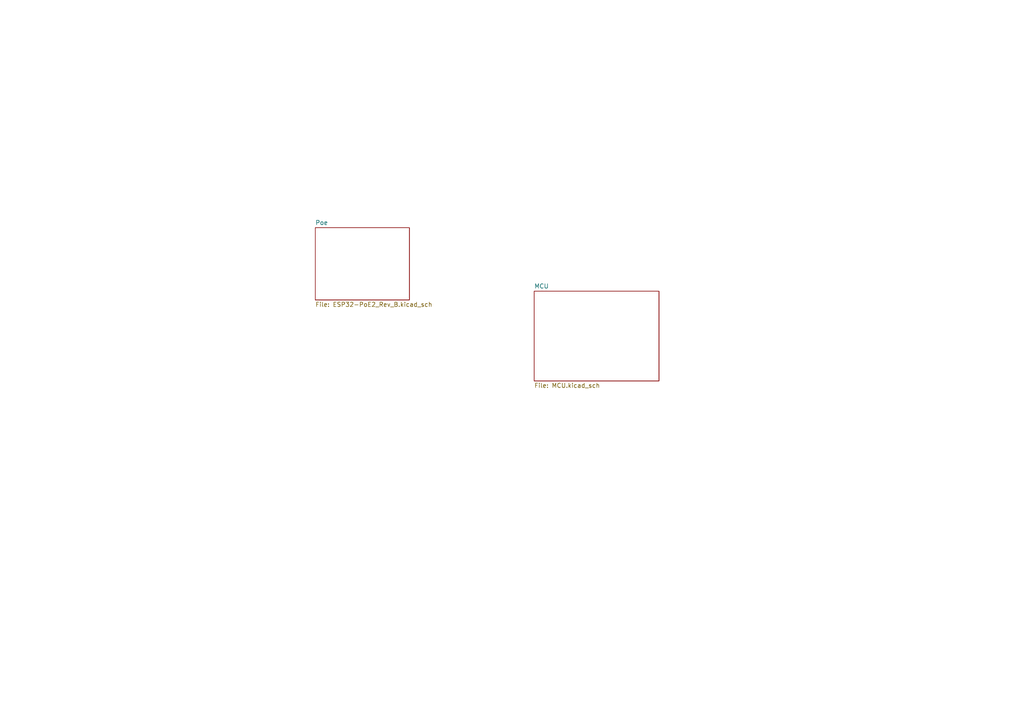
<source format=kicad_sch>
(kicad_sch
	(version 20250114)
	(generator "eeschema")
	(generator_version "9.0")
	(uuid "e0fc1b62-e519-47f0-a0fc-4ac6dbab9b04")
	(paper "A4")
	(lib_symbols)
	(sheet
		(at 154.94 84.455)
		(size 36.195 26.035)
		(exclude_from_sim no)
		(in_bom yes)
		(on_board yes)
		(dnp no)
		(fields_autoplaced yes)
		(stroke
			(width 0.1524)
			(type solid)
		)
		(fill
			(color 0 0 0 0.0000)
		)
		(uuid "8c228496-3bff-421c-a499-0957c9434e50")
		(property "Sheetname" "MCU"
			(at 154.94 83.7434 0)
			(effects
				(font
					(size 1.27 1.27)
				)
				(justify left bottom)
			)
		)
		(property "Sheetfile" "MCU.kicad_sch"
			(at 154.94 111.0746 0)
			(effects
				(font
					(size 1.27 1.27)
				)
				(justify left top)
			)
		)
		(instances
			(project "LoiterGuardPcb"
				(path "/e0fc1b62-e519-47f0-a0fc-4ac6dbab9b04"
					(page "3")
				)
			)
		)
	)
	(sheet
		(at 91.44 66.04)
		(size 27.305 20.955)
		(exclude_from_sim no)
		(in_bom yes)
		(on_board yes)
		(dnp no)
		(fields_autoplaced yes)
		(stroke
			(width 0.1524)
			(type solid)
		)
		(fill
			(color 0 0 0 0.0000)
		)
		(uuid "c2f59c2d-218e-461f-9eb8-2889c7b84a9c")
		(property "Sheetname" "Poe"
			(at 91.44 65.3284 0)
			(effects
				(font
					(size 1.27 1.27)
				)
				(justify left bottom)
			)
		)
		(property "Sheetfile" "ESP32-PoE2_Rev_B.kicad_sch"
			(at 91.44 87.5796 0)
			(effects
				(font
					(size 1.27 1.27)
				)
				(justify left top)
			)
		)
		(instances
			(project "LoiterGuardPcb"
				(path "/e0fc1b62-e519-47f0-a0fc-4ac6dbab9b04"
					(page "2")
				)
			)
		)
	)
	(sheet_instances
		(path "/"
			(page "1")
		)
	)
	(embedded_fonts no)
)

</source>
